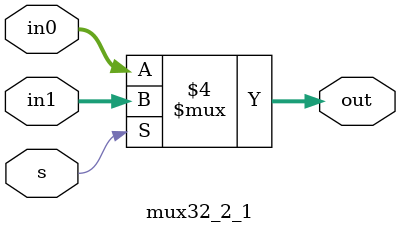
<source format=v>
/****************************************************************************
 * mux32_2_1.v
 ****************************************************************************/

/**
 * Module: mux32_2_1
 * 
 * TODO: Add module documentation
 */
module mux32_2_1(
	input s,
	input [31:0] in0,
	input [31:0] in1,
	output reg [31:0] out
	);

	always @(s or in0 or in1)
		if (s==1) begin
			out = in1;
		end
		else begin
			out = in0;
		end
		
endmodule




</source>
